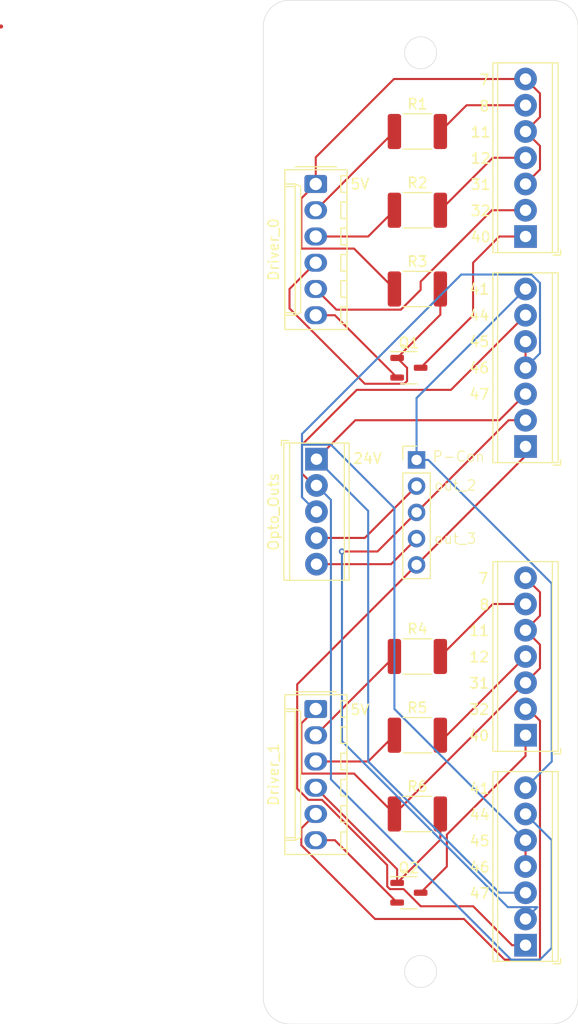
<source format=kicad_pcb>
(kicad_pcb (version 20221018) (generator pcbnew)
  (layers (0 "F.Cu" signal) (31 "B.Cu" signal) (34 "B.Paste" user) (35 "F.Paste" user) (36 "B.SilkS" user "B.Silkscreen") (37 "F.SilkS" user "F.Silkscreen") (38 "B.Mask" user) (39 "F.Mask" user) (44 "Edge.Cuts" user))
  (net 0 "")
  (net 1 "/5V")
  (net 2 "/Step(-)")
  (net 3 "/Dir(-)")
  (net 4 "/En(-)")
  (net 5 "/Err")
  (net 6 "/GND")
  (net 7 "/VFuseIO")
  (net 8 "/IO0_out_iso_pos")
  (net 9 "/IO1_out_iso_pos")
  (net 10 "/IO2_out_iso_pos")
  (net 11 "/IO3_out_iso_pos")
  (net 12 "/5V_2")
  (net 13 "/Step(-)_2")
  (net 14 "/Dir(-)_2")
  (net 15 "/En(-)_2")
  (net 16 "/Err_2")
  (net 17 "/GND_2")
  (net 18 "Net-(J5-Pin_1)")
  (net 19 "Net-(J5-Pin_2)")
  (net 20 "Net-(J5-Pin_7)")
  (net 21 "Net-(J8-Pin_1)")
  (net 22 "Net-(J8-Pin_4)")
  (net 23 "Net-(J8-Pin_6)")
  (net 24 "Net-(J9-Pin_1)")
  (net 25 "Net-(J9-Pin_4)")
  (net 26 "Net-(J9-Pin_6)")
  (footprint "Package_TO_SOT_SMD:SOT-23-3" (layer "F.Cu") (at 176.6625 66.04)
    (fp_text reference "Q1" (at 0 -2.4) (layer "F.SilkS"))
    (fp_text value "2N7002NXAKR")
    (fp_line (start 0 -1.56) (end -1.8 -1.56) (stroke (width 0.12)) (layer "F.SilkS"))
    (fp_line (start 0 -1.56) (end 0.8 -1.56) (stroke (width 0.12)) (layer "F.SilkS"))
    (fp_line (start 0 1.56) (end -0.8 1.56) (stroke (width 0.12)) (layer "F.SilkS"))
    (fp_line (start 0 1.56) (end 0.8 1.56) (stroke (width 0.12)) (layer "F.SilkS"))
    (pad "1" smd roundrect (at -1.1375 -0.95) (size 1.325 0.6) (layers "F.Cu" "F.Paste" "F.Mask") (net 4 "/En(-)"))
    (pad "2" smd roundrect (at -1.1375 0.95) (size 1.325 0.6) (layers "F.Cu" "F.Paste" "F.Mask") (net 6 "/GND"))
    (pad "3" smd roundrect (at 1.1375 0) (size 1.325 0.6) (layers "F.Cu" "F.Paste" "F.Mask") (net 21 "Net-(J8-Pin_1)"))
  )
  (footprint "TerminalBlock_Phoenix:TerminalBlock_Phoenix_MPT-0,5-7-2.54_1x07_P2.54mm_Horizontal" (layer "F.Cu") (at 187.96 101.6 90)
    (fp_text reference "J9")
    (fp_text value "Driver_1_Out")
    (fp_line (start -1.8 2.66) (end -1.8 3.4) (stroke (width 0.12)) (layer "F.SilkS"))
    (fp_line (start -1.8 3.4) (end -1.3 3.4) (stroke (width 0.12)) (layer "F.SilkS"))
    (fp_line (start -1.56 -3.16) (end -1.56 3.16) (stroke (width 0.12)) (layer "F.SilkS"))
    (fp_line (start -1.56 -3.16) (end 16.801 -3.16) (stroke (width 0.12)) (layer "F.SilkS"))
    (fp_line (start -1.56 -2.7) (end 16.801 -2.7) (stroke (width 0.12)) (layer "F.SilkS"))
    (fp_line (start -1.56 2.6) (end 16.801 2.6) (stroke (width 0.12)) (layer "F.SilkS"))
    (fp_line (start -1.56 3.16) (end 16.801 3.16) (stroke (width 0.12)) (layer "F.SilkS"))
    (fp_line (start 16.801 -3.16) (end 16.801 3.16) (stroke (width 0.12)) (layer "F.SilkS"))
    (pad "1" thru_hole rect (at 0 0 90) (size 2.2 2.2) (drill 1.1) (layers "*.Cu" "*.Mask") (net 24 "Net-(J9-Pin_1)"))
    (pad "2" thru_hole circle (at 2.54 0 90) (size 2.2 2.2) (drill 1.1) (layers "*.Cu" "*.Mask") (net 16 "/Err_2"))
    (pad "3" thru_hole circle (at 5.08 0 90) (size 2.2 2.2) (drill 1.1) (layers "*.Cu" "*.Mask") (net 12 "/5V_2"))
    (pad "4" thru_hole circle (at 7.62 0 90) (size 2.2 2.2) (drill 1.1) (layers "*.Cu" "*.Mask") (net 25 "Net-(J9-Pin_4)"))
    (pad "5" thru_hole circle (at 10.16 0 90) (size 2.2 2.2) (drill 1.1) (layers "*.Cu" "*.Mask") (net 12 "/5V_2"))
    (pad "6" thru_hole circle (at 12.7 0 90) (size 2.2 2.2) (drill 1.1) (layers "*.Cu" "*.Mask") (net 26 "Net-(J9-Pin_6)"))
    (pad "7" thru_hole circle (at 15.24 0 90) (size 2.2 2.2) (drill 1.1) (layers "*.Cu" "*.Mask") (net 12 "/5V_2"))
  )
  (footprint "TerminalBlock_Phoenix:TerminalBlock_Phoenix_MPT-0,5-7-2.54_1x07_P2.54mm_Horizontal" (layer "F.Cu") (at 187.96 121.92 90)
    (fp_text reference "J5")
    (fp_text value "Conn_01x07_Socket")
    (fp_line (start -1.8 2.66) (end -1.8 3.4) (stroke (width 0.12)) (layer "F.SilkS"))
    (fp_line (start -1.8 3.4) (end -1.3 3.4) (stroke (width 0.12)) (layer "F.SilkS"))
    (fp_line (start -1.56 -3.16) (end -1.56 3.16) (stroke (width 0.12)) (layer "F.SilkS"))
    (fp_line (start -1.56 -3.16) (end 16.801 -3.16) (stroke (width 0.12)) (layer "F.SilkS"))
    (fp_line (start -1.56 -2.7) (end 16.801 -2.7) (stroke (width 0.12)) (layer "F.SilkS"))
    (fp_line (start -1.56 2.6) (end 16.801 2.6) (stroke (width 0.12)) (layer "F.SilkS"))
    (fp_line (start -1.56 3.16) (end 16.801 3.16) (stroke (width 0.12)) (layer "F.SilkS"))
    (fp_line (start 16.801 -3.16) (end 16.801 3.16) (stroke (width 0.12)) (layer "F.SilkS"))
    (pad "1" thru_hole rect (at 0 0 90) (size 2.2 2.2) (drill 1.1) (layers "*.Cu" "*.Mask") (net 18 "Net-(J5-Pin_1)"))
    (pad "2" thru_hole circle (at 2.54 0 90) (size 2.2 2.2) (drill 1.1) (layers "*.Cu" "*.Mask") (net 19 "Net-(J5-Pin_2)"))
    (pad "3" thru_hole circle (at 5.08 0 90) (size 2.2 2.2) (drill 1.1) (layers "*.Cu" "*.Mask") (net 7 "/VFuseIO"))
    (pad "4" thru_hole circle (at 7.62 0 90) (size 2.2 2.2) (drill 1.1) (layers "*.Cu" "*.Mask") (net 9 "/IO1_out_iso_pos"))
    (pad "5" thru_hole circle (at 10.16 0 90) (size 2.2 2.2) (drill 1.1) (layers "*.Cu" "*.Mask") (net 9 "/IO1_out_iso_pos"))
    (pad "6" thru_hole circle (at 12.7 0 90) (size 2.2 2.2) (drill 1.1) (layers "*.Cu" "*.Mask") (net 8 "/IO0_out_iso_pos"))
    (pad "7" thru_hole circle (at 15.24 0 90) (size 2.2 2.2) (drill 1.1) (layers "*.Cu" "*.Mask") (net 20 "Net-(J5-Pin_7)"))
  )
  (footprint "Connector_PinHeader_2.54mm:PinHeader_1x05_P2.54mm_Vertical" (layer "F.Cu") (at 177.405056 74.957301)
    (fp_text reference "J6")
    (fp_text value "Out_Select")
    (fp_line (start -1.33 -1.33) (end 0 -1.33) (stroke (width 0.12)) (layer "F.SilkS"))
    (fp_line (start -1.33 0) (end -1.33 -1.33) (stroke (width 0.12)) (layer "F.SilkS"))
    (fp_line (start -1.33 1.27) (end -1.33 11.49) (stroke (width 0.12)) (layer "F.SilkS"))
    (fp_line (start -1.33 1.27) (end 1.33 1.27) (stroke (width 0.12)) (layer "F.SilkS"))
    (fp_line (start -1.33 11.49) (end 1.33 11.49) (stroke (width 0.12)) (layer "F.SilkS"))
    (fp_line (start 1.33 1.27) (end 1.33 11.49) (stroke (width 0.12)) (layer "F.SilkS"))
    (pad "1" thru_hole rect (at 0 0) (size 1.7 1.7) (drill 1) (layers "*.Cu" "*.Mask") (net 20 "Net-(J5-Pin_7)"))
    (pad "2" thru_hole oval (at 0 2.54) (size 1.7 1.7) (drill 1) (layers "*.Cu" "*.Mask") (net 10 "/IO2_out_iso_pos"))
    (pad "3" thru_hole oval (at 0 5.08) (size 1.7 1.7) (drill 1) (layers "*.Cu" "*.Mask") (net 19 "Net-(J5-Pin_2)"))
    (pad "4" thru_hole oval (at 0 7.62) (size 1.7 1.7) (drill 1) (layers "*.Cu" "*.Mask") (net 11 "/IO3_out_iso_pos"))
    (pad "5" thru_hole oval (at 0 10.16) (size 1.7 1.7) (drill 1) (layers "*.Cu" "*.Mask") (net 18 "Net-(J5-Pin_1)"))
  )
  (footprint "Resistor_SMD:R_1812_4532Metric_Pad1.30x3.40mm_HandSolder" (layer "F.Cu") (at 177.485 43.18)
    (fp_text reference "R1" (at 0 -2.65) (layer "F.SilkS"))
    (fp_text value "100R")
    (fp_line (start -1.386252 -1.71) (end 1.386252 -1.71) (stroke (width 0.12)) (layer "F.SilkS"))
    (fp_line (start -1.386252 1.71) (end 1.386252 1.71) (stroke (width 0.12)) (layer "F.SilkS"))
    (pad "1" smd roundrect (at -2.225 0) (size 1.3 3.4) (layers "F.Cu" "F.Paste" "F.Mask") (roundrect_rratio 0.1923076923) (net 2 "/Step(-)"))
    (pad "2" smd roundrect (at 2.225 0) (size 1.3 3.4) (layers "F.Cu" "F.Paste" "F.Mask") (roundrect_rratio 0.1923076923) (net 23 "Net-(J8-Pin_6)"))
  )
  (footprint "TerminalBlock_Phoenix:TerminalBlock_Phoenix_MPT-0,5-7-2.54_1x07_P2.54mm_Horizontal" (layer "F.Cu") (at 187.96 53.34 90)
    (fp_text reference "J8")
    (fp_text value "Driver_0_Out")
    (fp_line (start -1.8 2.66) (end -1.8 3.4) (stroke (width 0.12)) (layer "F.SilkS"))
    (fp_line (start -1.8 3.4) (end -1.3 3.4) (stroke (width 0.12)) (layer "F.SilkS"))
    (fp_line (start -1.56 -3.16) (end -1.56 3.16) (stroke (width 0.12)) (layer "F.SilkS"))
    (fp_line (start -1.56 -3.16) (end 16.801 -3.16) (stroke (width 0.12)) (layer "F.SilkS"))
    (fp_line (start -1.56 -2.7) (end 16.801 -2.7) (stroke (width 0.12)) (layer "F.SilkS"))
    (fp_line (start -1.56 2.6) (end 16.801 2.6) (stroke (width 0.12)) (layer "F.SilkS"))
    (fp_line (start -1.56 3.16) (end 16.801 3.16) (stroke (width 0.12)) (layer "F.SilkS"))
    (fp_line (start 16.801 -3.16) (end 16.801 3.16) (stroke (width 0.12)) (layer "F.SilkS"))
    (pad "1" thru_hole rect (at 0 0 90) (size 2.2 2.2) (drill 1.1) (layers "*.Cu" "*.Mask") (net 21 "Net-(J8-Pin_1)"))
    (pad "2" thru_hole circle (at 2.54 0 90) (size 2.2 2.2) (drill 1.1) (layers "*.Cu" "*.Mask") (net 5 "/Err"))
    (pad "3" thru_hole circle (at 5.08 0 90) (size 2.2 2.2) (drill 1.1) (layers "*.Cu" "*.Mask") (net 1 "/5V"))
    (pad "4" thru_hole circle (at 7.62 0 90) (size 2.2 2.2) (drill 1.1) (layers "*.Cu" "*.Mask") (net 22 "Net-(J8-Pin_4)"))
    (pad "5" thru_hole circle (at 10.16 0 90) (size 2.2 2.2) (drill 1.1) (layers "*.Cu" "*.Mask") (net 1 "/5V"))
    (pad "6" thru_hole circle (at 12.7 0 90) (size 2.2 2.2) (drill 1.1) (layers "*.Cu" "*.Mask") (net 23 "Net-(J8-Pin_6)"))
    (pad "7" thru_hole circle (at 15.24 0 90) (size 2.2 2.2) (drill 1.1) (layers "*.Cu" "*.Mask") (net 1 "/5V"))
  )
  (footprint "Connector_Molex:Molex_KK-254_AE-6410-06A_1x06_P2.54mm_Vertical" (layer "F.Cu") (at 167.64 48.26 -90)
    (fp_text reference "J1")
    (fp_text value "Driver_0" (at 6.35 4.08 90) (layer "F.SilkS"))
    (fp_line (start -1.67 -2) (end -1.67 2) (stroke (width 0.12)) (layer "F.SilkS"))
    (fp_line (start -1.38 -3.03) (end -1.38 2.99) (stroke (width 0.12)) (layer "F.SilkS"))
    (fp_line (start -1.38 2.99) (end 14.08 2.99) (stroke (width 0.12)) (layer "F.SilkS"))
    (fp_line (start -0.8 -3.03) (end -0.8 -2.43) (stroke (width 0.12)) (layer "F.SilkS"))
    (fp_line (start -0.8 -2.43) (end 0.8 -2.43) (stroke (width 0.12)) (layer "F.SilkS"))
    (fp_line (start 0 1.99) (end 0.25 1.46) (stroke (width 0.12)) (layer "F.SilkS"))
    (fp_line (start 0 1.99) (end 12.7 1.99) (stroke (width 0.12)) (layer "F.SilkS"))
    (fp_line (start 0 2.99) (end 0 1.99) (stroke (width 0.12)) (layer "F.SilkS"))
    (fp_line (start 0.25 1.46) (end 12.45 1.46) (stroke (width 0.12)) (layer "F.SilkS"))
    (fp_line (start 0.25 2.99) (end 0.25 1.99) (stroke (width 0.12)) (layer "F.SilkS"))
    (fp_line (start 0.8 -2.43) (end 0.8 -3.03) (stroke (width 0.12)) (layer "F.SilkS"))
    (fp_line (start 1.74 -3.03) (end 1.74 -2.43) (stroke (width 0.12)) (layer "F.SilkS"))
    (fp_line (start 1.74 -2.43) (end 3.34 -2.43) (stroke (width 0.12)) (layer "F.SilkS"))
    (fp_line (start 3.34 -2.43) (end 3.34 -3.03) (stroke (width 0.12)) (layer "F.SilkS"))
    (fp_line (start 4.28 -3.03) (end 4.28 -2.43) (stroke (width 0.12)) (layer "F.SilkS"))
    (fp_line (start 4.28 -2.43) (end 5.88 -2.43) (stroke (width 0.12)) (layer "F.SilkS"))
    (fp_line (start 5.88 -2.43) (end 5.88 -3.03) (stroke (width 0.12)) (layer "F.SilkS"))
    (fp_line (start 6.82 -3.03) (end 6.82 -2.43) (stroke (width 0.12)) (layer "F.SilkS"))
    (fp_line (start 6.82 -2.43) (end 8.42 -2.43) (stroke (width 0.12)) (layer "F.SilkS"))
    (fp_line (start 8.42 -2.43) (end 8.42 -3.03) (stroke (width 0.12)) (layer "F.SilkS"))
    (fp_line (start 9.36 -3.03) (end 9.36 -2.43) (stroke (width 0.12)) (layer "F.SilkS"))
    (fp_line (start 9.36 -2.43) (end 10.96 -2.43) (stroke (width 0.12)) (layer "F.SilkS"))
    (fp_line (start 10.96 -2.43) (end 10.96 -3.03) (stroke (width 0.12)) (layer "F.SilkS"))
    (fp_line (start 11.9 -3.03) (end 11.9 -2.43) (stroke (width 0.12)) (layer "F.SilkS"))
    (fp_line (start 11.9 -2.43) (end 13.5 -2.43) (stroke (width 0.12)) (layer "F.SilkS"))
    (fp_line (start 12.45 1.46) (end 12.7 1.99) (stroke (width 0.12)) (layer "F.SilkS"))
    (fp_line (start 12.45 2.99) (end 12.45 1.99) (stroke (width 0.12)) (layer "F.SilkS"))
    (fp_line (start 12.7 1.99) (end 12.7 2.99) (stroke (width 0.12)) (layer "F.SilkS"))
    (fp_line (start 13.5 -2.43) (end 13.5 -3.03) (stroke (width 0.12)) (layer "F.SilkS"))
    (fp_line (start 14.08 -3.03) (end -1.38 -3.03) (stroke (width 0.12)) (layer "F.SilkS"))
    (fp_line (start 14.08 2.99) (end 14.08 -3.03) (stroke (width 0.12)) (layer "F.SilkS"))
    (pad "1" thru_hole roundrect (at 0 0 270) (size 1.74 2.19) (drill 1.19) (layers "*.Cu" "*.Mask") (roundrect_rratio 0.1436781609) (net 1 "/5V"))
    (pad "2" thru_hole oval (at 2.54 0 270) (size 1.74 2.19) (drill 1.19) (layers "*.Cu" "*.Mask") (net 2 "/Step(-)"))
    (pad "3" thru_hole oval (at 5.08 0 270) (size 1.74 2.19) (drill 1.19) (layers "*.Cu" "*.Mask") (net 3 "/Dir(-)"))
    (pad "4" thru_hole oval (at 7.62 0 270) (size 1.74 2.19) (drill 1.19) (layers "*.Cu" "*.Mask") (net 4 "/En(-)"))
    (pad "5" thru_hole oval (at 10.16 0 270) (size 1.74 2.19) (drill 1.19) (layers "*.Cu" "*.Mask") (net 5 "/Err"))
    (pad "6" thru_hole oval (at 12.7 0 270) (size 1.74 2.19) (drill 1.19) (layers "*.Cu" "*.Mask") (net 6 "/GND"))
  )
  (footprint "Resistor_SMD:R_1812_4532Metric_Pad1.30x3.40mm_HandSolder" (layer "F.Cu") (at 177.485 93.98)
    (fp_text reference "R4" (at 0 -2.65) (layer "F.SilkS"))
    (fp_text value "100R")
    (fp_line (start -1.386252 -1.71) (end 1.386252 -1.71) (stroke (width 0.12)) (layer "F.SilkS"))
    (fp_line (start -1.386252 1.71) (end 1.386252 1.71) (stroke (width 0.12)) (layer "F.SilkS"))
    (pad "1" smd roundrect (at -2.225 0) (size 1.3 3.4) (layers "F.Cu" "F.Paste" "F.Mask") (roundrect_rratio 0.1923076923) (net 13 "/Step(-)_2"))
    (pad "2" smd roundrect (at 2.225 0) (size 1.3 3.4) (layers "F.Cu" "F.Paste" "F.Mask") (roundrect_rratio 0.1923076923) (net 26 "Net-(J9-Pin_6)"))
  )
  (footprint "Connector_Molex:Molex_KK-254_AE-6410-06A_1x06_P2.54mm_Vertical" (layer "F.Cu") (at 167.64 99.06 -90)
    (fp_text reference "J3")
    (fp_text value "Driver_1" (at 6.35 4.08 90) (layer "F.SilkS"))
    (fp_line (start -1.67 -2) (end -1.67 2) (stroke (width 0.12)) (layer "F.SilkS"))
    (fp_line (start -1.38 -3.03) (end -1.38 2.99) (stroke (width 0.12)) (layer "F.SilkS"))
    (fp_line (start -1.38 2.99) (end 14.08 2.99) (stroke (width 0.12)) (layer "F.SilkS"))
    (fp_line (start -0.8 -3.03) (end -0.8 -2.43) (stroke (width 0.12)) (layer "F.SilkS"))
    (fp_line (start -0.8 -2.43) (end 0.8 -2.43) (stroke (width 0.12)) (layer "F.SilkS"))
    (fp_line (start 0 1.99) (end 0.25 1.46) (stroke (width 0.12)) (layer "F.SilkS"))
    (fp_line (start 0 1.99) (end 12.7 1.99) (stroke (width 0.12)) (layer "F.SilkS"))
    (fp_line (start 0 2.99) (end 0 1.99) (stroke (width 0.12)) (layer "F.SilkS"))
    (fp_line (start 0.25 1.46) (end 12.45 1.46) (stroke (width 0.12)) (layer "F.SilkS"))
    (fp_line (start 0.25 2.99) (end 0.25 1.99) (stroke (width 0.12)) (layer "F.SilkS"))
    (fp_line (start 0.8 -2.43) (end 0.8 -3.03) (stroke (width 0.12)) (layer "F.SilkS"))
    (fp_line (start 1.74 -3.03) (end 1.74 -2.43) (stroke (width 0.12)) (layer "F.SilkS"))
    (fp_line (start 1.74 -2.43) (end 3.34 -2.43) (stroke (width 0.12)) (layer "F.SilkS"))
    (fp_line (start 3.34 -2.43) (end 3.34 -3.03) (stroke (width 0.12)) (layer "F.SilkS"))
    (fp_line (start 4.28 -3.03) (end 4.28 -2.43) (stroke (width 0.12)) (layer "F.SilkS"))
    (fp_line (start 4.28 -2.43) (end 5.88 -2.43) (stroke (width 0.12)) (layer "F.SilkS"))
    (fp_line (start 5.88 -2.43) (end 5.88 -3.03) (stroke (width 0.12)) (layer "F.SilkS"))
    (fp_line (start 6.82 -3.03) (end 6.82 -2.43) (stroke (width 0.12)) (layer "F.SilkS"))
    (fp_line (start 6.82 -2.43) (end 8.42 -2.43) (stroke (width 0.12)) (layer "F.SilkS"))
    (fp_line (start 8.42 -2.43) (end 8.42 -3.03) (stroke (width 0.12)) (layer "F.SilkS"))
    (fp_line (start 9.36 -3.03) (end 9.36 -2.43) (stroke (width 0.12)) (layer "F.SilkS"))
    (fp_line (start 9.36 -2.43) (end 10.96 -2.43) (stroke (width 0.12)) (layer "F.SilkS"))
    (fp_line (start 10.96 -2.43) (end 10.96 -3.03) (stroke (width 0.12)) (layer "F.SilkS"))
    (fp_line (start 11.9 -3.03) (end 11.9 -2.43) (stroke (width 0.12)) (layer "F.SilkS"))
    (fp_line (start 11.9 -2.43) (end 13.5 -2.43) (stroke (width 0.12)) (layer "F.SilkS"))
    (fp_line (start 12.45 1.46) (end 12.7 1.99) (stroke (width 0.12)) (layer "F.SilkS"))
    (fp_line (start 12.45 2.99) (end 12.45 1.99) (stroke (width 0.12)) (layer "F.SilkS"))
    (fp_line (start 12.7 1.99) (end 12.7 2.99) (stroke (width 0.12)) (layer "F.SilkS"))
    (fp_line (start 13.5 -2.43) (end 13.5 -3.03) (stroke (width 0.12)) (layer "F.SilkS"))
    (fp_line (start 14.08 -3.03) (end -1.38 -3.03) (stroke (width 0.12)) (layer "F.SilkS"))
    (fp_line (start 14.08 2.99) (end 14.08 -3.03) (stroke (width 0.12)) (layer "F.SilkS"))
    (pad "1" thru_hole roundrect (at 0 0 270) (size 1.74 2.19) (drill 1.19) (layers "*.Cu" "*.Mask") (roundrect_rratio 0.1436781609) (net 12 "/5V_2"))
    (pad "2" thru_hole oval (at 2.54 0 270) (size 1.74 2.19) (drill 1.19) (layers "*.Cu" "*.Mask") (net 13 "/Step(-)_2"))
    (pad "3" thru_hole oval (at 5.08 0 270) (size 1.74 2.19) (drill 1.19) (layers "*.Cu" "*.Mask") (net 14 "/Dir(-)_2"))
    (pad "4" thru_hole oval (at 7.62 0 270) (size 1.74 2.19) (drill 1.19) (layers "*.Cu" "*.Mask") (net 15 "/En(-)_2"))
    (pad "5" thru_hole oval (at 10.16 0 270) (size 1.74 2.19) (drill 1.19) (layers "*.Cu" "*.Mask") (net 16 "/Err_2"))
    (pad "6" thru_hole oval (at 12.7 0 270) (size 1.74 2.19) (drill 1.19) (layers "*.Cu" "*.Mask") (net 17 "/GND_2"))
  )
  (footprint "TerminalBlock_Phoenix:TerminalBlock_Phoenix_MPT-0,5-5-2.54_1x05_P2.54mm_Horizontal" (layer "F.Cu") (at 167.710252 74.887049 -90)
    (fp_text reference "J2")
    (fp_text value "Opto_Outs" (at 5.08 4.16 -90) (layer "F.SilkS"))
    (fp_line (start -1.8 2.66) (end -1.8 3.4) (stroke (width 0.12)) (layer "F.SilkS"))
    (fp_line (start -1.8 3.4) (end -1.3 3.4) (stroke (width 0.12)) (layer "F.SilkS"))
    (fp_line (start -1.56 -3.16) (end -1.56 3.16) (stroke (width 0.12)) (layer "F.SilkS"))
    (fp_line (start -1.56 -3.16) (end 11.72 -3.16) (stroke (width 0.12)) (layer "F.SilkS"))
    (fp_line (start -1.56 -2.7) (end 11.72 -2.7) (stroke (width 0.12)) (layer "F.SilkS"))
    (fp_line (start -1.56 2.6) (end 11.72 2.6) (stroke (width 0.12)) (layer "F.SilkS"))
    (fp_line (start -1.56 3.16) (end 11.72 3.16) (stroke (width 0.12)) (layer "F.SilkS"))
    (fp_line (start 11.72 -3.16) (end 11.72 3.16) (stroke (width 0.12)) (layer "F.SilkS"))
    (pad "1" thru_hole rect (at 0 0 270) (size 2.2 2.2) (drill 1.1) (layers "*.Cu" "*.Mask") (net 7 "/VFuseIO"))
    (pad "2" thru_hole circle (at 2.54 0 270) (size 2.2 2.2) (drill 1.1) (layers "*.Cu" "*.Mask") (net 8 "/IO0_out_iso_pos"))
    (pad "3" thru_hole circle (at 5.08 0 270) (size 2.2 2.2) (drill 1.1) (layers "*.Cu" "*.Mask") (net 9 "/IO1_out_iso_pos"))
    (pad "4" thru_hole circle (at 7.62 0 270) (size 2.2 2.2) (drill 1.1) (layers "*.Cu" "*.Mask") (net 10 "/IO2_out_iso_pos"))
    (pad "5" thru_hole circle (at 10.16 0 270) (size 2.2 2.2) (drill 1.1) (layers "*.Cu" "*.Mask") (net 11 "/IO3_out_iso_pos"))
  )
  (footprint "Package_TO_SOT_SMD:SOT-23-3" (layer "F.Cu") (at 176.6625 116.84)
    (fp_text reference "Q2" (at 0 -2.4) (layer "F.SilkS"))
    (fp_text value "2N7002NXAKR")
    (fp_line (start 0 -1.56) (end -1.8 -1.56) (stroke (width 0.12)) (layer "F.SilkS"))
    (fp_line (start 0 -1.56) (end 0.8 -1.56) (stroke (width 0.12)) (layer "F.SilkS"))
    (fp_line (start 0 1.56) (end -0.8 1.56) (stroke (width 0.12)) (layer "F.SilkS"))
    (fp_line (start 0 1.56) (end 0.8 1.56) (stroke (width 0.12)) (layer "F.SilkS"))
    (pad "1" smd roundrect (at -1.1375 -0.95) (size 1.325 0.6) (layers "F.Cu" "F.Paste" "F.Mask") (net 15 "/En(-)_2"))
    (pad "2" smd roundrect (at -1.1375 0.95) (size 1.325 0.6) (layers "F.Cu" "F.Paste" "F.Mask") (net 17 "/GND_2"))
    (pad "3" smd roundrect (at 1.1375 0) (size 1.325 0.6) (layers "F.Cu" "F.Paste" "F.Mask") (net 24 "Net-(J9-Pin_1)"))
  )
  (footprint "Resistor_SMD:R_1812_4532Metric_Pad1.30x3.40mm_HandSolder" (layer "F.Cu") (at 177.485 101.6)
    (fp_text reference "R5" (at 0 -2.65) (layer "F.SilkS"))
    (fp_text value "100R")
    (fp_line (start -1.386252 -1.71) (end 1.386252 -1.71) (stroke (width 0.12)) (layer "F.SilkS"))
    (fp_line (start -1.386252 1.71) (end 1.386252 1.71) (stroke (width 0.12)) (layer "F.SilkS"))
    (pad "1" smd roundrect (at -2.225 0) (size 1.3 3.4) (layers "F.Cu" "F.Paste" "F.Mask") (roundrect_rratio 0.1923076923) (net 14 "/Dir(-)_2"))
    (pad "2" smd roundrect (at 2.225 0) (size 1.3 3.4) (layers "F.Cu" "F.Paste" "F.Mask") (roundrect_rratio 0.1923076923) (net 25 "Net-(J9-Pin_4)"))
  )
  (footprint "Resistor_SMD:R_1812_4532Metric_Pad1.30x3.40mm_HandSolder" (layer "F.Cu") (at 177.485 50.8)
    (fp_text reference "R2" (at 0 -2.65) (layer "F.SilkS"))
    (fp_text value "100R")
    (fp_line (start -1.386252 -1.71) (end 1.386252 -1.71) (stroke (width 0.12)) (layer "F.SilkS"))
    (fp_line (start -1.386252 1.71) (end 1.386252 1.71) (stroke (width 0.12)) (layer "F.SilkS"))
    (pad "1" smd roundrect (at -2.225 0) (size 1.3 3.4) (layers "F.Cu" "F.Paste" "F.Mask") (roundrect_rratio 0.1923076923) (net 3 "/Dir(-)"))
    (pad "2" smd roundrect (at 2.225 0) (size 1.3 3.4) (layers "F.Cu" "F.Paste" "F.Mask") (roundrect_rratio 0.1923076923) (net 22 "Net-(J8-Pin_4)"))
  )
  (footprint "Resistor_SMD:R_1812_4532Metric_Pad1.30x3.40mm_HandSolder" (layer "F.Cu") (at 177.485 58.42)
    (fp_text reference "R3" (at 0 -2.65) (layer "F.SilkS"))
    (fp_text value "10kR")
    (fp_line (start -1.386252 -1.71) (end 1.386252 -1.71) (stroke (width 0.12)) (layer "F.SilkS"))
    (fp_line (start -1.386252 1.71) (end 1.386252 1.71) (stroke (width 0.12)) (layer "F.SilkS"))
    (pad "1" smd roundrect (at -2.225 0) (size 1.3 3.4) (layers "F.Cu" "F.Paste" "F.Mask") (roundrect_rratio 0.1923076923) (net 1 "/5V"))
    (pad "2" smd roundrect (at 2.225 0) (size 1.3 3.4) (layers "F.Cu" "F.Paste" "F.Mask") (roundrect_rratio 0.1923076923) (net 4 "/En(-)"))
  )
  (footprint "Resistor_SMD:R_1812_4532Metric_Pad1.30x3.40mm_HandSolder" (layer "F.Cu") (at 177.485 109.22)
    (fp_text reference "R6" (at 0 -2.65) (layer "F.SilkS"))
    (fp_text value "10kR")
    (fp_line (start -1.386252 -1.71) (end 1.386252 -1.71) (stroke (width 0.12)) (layer "F.SilkS"))
    (fp_line (start -1.386252 1.71) (end 1.386252 1.71) (stroke (width 0.12)) (layer "F.SilkS"))
    (pad "1" smd roundrect (at -2.225 0) (size 1.3 3.4) (layers "F.Cu" "F.Paste" "F.Mask") (roundrect_rratio 0.1923076923) (net 12 "/5V_2"))
    (pad "2" smd roundrect (at 2.225 0) (size 1.3 3.4) (layers "F.Cu" "F.Paste" "F.Mask") (roundrect_rratio 0.1923076923) (net 15 "/En(-)_2"))
  )
  (footprint "TerminalBlock_Phoenix:TerminalBlock_Phoenix_MPT-0,5-7-2.54_1x07_P2.54mm_Horizontal" (layer "F.Cu") (at 187.96 73.66 90)
    (fp_text reference "J7")
    (fp_text value "Conn_01x07_Socket")
    (fp_line (start -1.8 2.66) (end -1.8 3.4) (stroke (width 0.12)) (layer "F.SilkS"))
    (fp_line (start -1.8 3.4) (end -1.3 3.4) (stroke (width 0.12)) (layer "F.SilkS"))
    (fp_line (start -1.56 -3.16) (end -1.56 3.16) (stroke (width 0.12)) (layer "F.SilkS"))
    (fp_line (start -1.56 -3.16) (end 16.801 -3.16) (stroke (width 0.12)) (layer "F.SilkS"))
    (fp_line (start -1.56 -2.7) (end 16.801 -2.7) (stroke (width 0.12)) (layer "F.SilkS"))
    (fp_line (start -1.56 2.6) (end 16.801 2.6) (stroke (width 0.12)) (layer "F.SilkS"))
    (fp_line (start -1.56 3.16) (end 16.801 3.16) (stroke (width 0.12)) (layer "F.SilkS"))
    (fp_line (start 16.801 -3.16) (end 16.801 3.16) (stroke (width 0.12)) (layer "F.SilkS"))
    (pad "1" thru_hole rect (at 0 0 90) (size 2.2 2.2) (drill 1.1) (layers "*.Cu" "*.Mask") (net 18 "Net-(J5-Pin_1)"))
    (pad "2" thru_hole circle (at 2.54 0 90) (size 2.2 2.2) (drill 1.1) (layers "*.Cu" "*.Mask") (net 19 "Net-(J5-Pin_2)"))
    (pad "3" thru_hole circle (at 5.08 0 90) (size 2.2 2.2) (drill 1.1) (layers "*.Cu" "*.Mask") (net 7 "/VFuseIO"))
    (pad "4" thru_hole circle (at 7.62 0 90) (size 2.2 2.2) (drill 1.1) (layers "*.Cu" "*.Mask") (net 9 "/IO1_out_iso_pos"))
    (pad "5" thru_hole circle (at 10.16 0 90) (size 2.2 2.2) (drill 1.1) (layers "*.Cu" "*.Mask") (net 9 "/IO1_out_iso_pos"))
    (pad "6" thru_hole circle (at 12.7 0 90) (size 2.2 2.2) (drill 1.1) (layers "*.Cu" "*.Mask") (net 8 "/IO0_out_iso_pos"))
    (pad "7" thru_hole circle (at 15.24 0 90) (size 2.2 2.2) (drill 1.1) (layers "*.Cu" "*.Mask") (net 20 "Net-(J5-Pin_7)"))
  )
  (gr_circle (center 137.16 33.02) (end 137.16 33.02) (stroke (width 0.2)) (fill none) (layer "F.Cu"))
  (gr_line (start 193.04 33.02) (end 193.04 127) (stroke (width 0.05)) (layer "Edge.Cuts"))
  (gr_line (start 165.1 129.54) (end 190.5 129.54) (stroke (width 0.05)) (layer "Edge.Cuts"))
  (gr_circle (center 177.8 35.56) (end 179.35 35.56) (stroke (width 0.05)) (fill none) (layer "Edge.Cuts"))
  (gr_arc (start 193.04 127) (mid 192.296051 128.796051) (end 190.5 129.54) (stroke (width 0.05)) (layer "Edge.Cuts"))
  (gr_line (start 190.5 30.48) (end 165.1 30.48) (stroke (width 0.05)) (layer "Edge.Cuts"))
  (gr_line (start 162.56 33.02) (end 162.56 127) (stroke (width 0.05)) (layer "Edge.Cuts"))
  (gr_arc (start 165.1 129.54) (mid 163.303949 128.796051) (end 162.56 127) (stroke (width 0.05)) (layer "Edge.Cuts"))
  (gr_arc (start 190.5 30.48) (mid 192.296051 31.223949) (end 193.04 33.02) (stroke (width 0.05)) (layer "Edge.Cuts"))
  (gr_arc (start 162.56 33.02) (mid 163.303949 31.223949) (end 165.1 30.48) (stroke (width 0.05)) (layer "Edge.Cuts"))
  (gr_circle (center 177.8 124.46) (end 179.35 124.46) (stroke (width 0.05)) (fill none) (layer "Edge.Cuts"))
  (gr_text "44\n" (at 182.436581 61.567868) (layer "F.SilkS") (effects (font (size 1 1)) (justify left bottom)))
  (gr_text "8" (at 183.40027 41.315042) (layer "F.SilkS") (effects (font (size 1 1)) (justify left bottom)))
  (gr_text "41" (at 182.46594 107.339774) (layer "F.SilkS") (effects (font (size 1 1)) (justify left bottom)))
  (gr_text "12" (at 182.42146 94.617216) (layer "F.SilkS") (effects (font (size 1 1)) (justify left bottom)))
  (gr_text "24V" (at 171.174334 75.401379) (layer "F.SilkS") (effects (font (size 1 1)) (justify left bottom)))
  (gr_text "45" (at 182.436581 64.107868) (layer "F.SilkS") (effects (font (size 1 1)) (justify left bottom)))
  (gr_text "5V" (at 170.906952 99.718533) (layer "F.SilkS") (effects (font (size 1 1)) (justify left bottom)))
  (gr_text "44\n" (at 182.46594 109.879774) (layer "F.SilkS") (effects (font (size 1 1)) (justify left bottom)))
  (gr_text "out_3\n" (at 179.047037 83.159152) (layer "F.SilkS") (effects (font (size 1 1) (thickness 0.1)) (justify left bottom)))
  (gr_text "47" (at 182.436581 69.187868) (layer "F.SilkS") (effects (font (size 1 1)) (justify left bottom)))
  (gr_text "40" (at 182.42146 102.237216) (layer "F.SilkS") (effects (font (size 1 1)) (justify left bottom)))
  (gr_text "41" (at 182.436581 59.027868) (layer "F.SilkS") (effects (font (size 1 1)) (justify left bottom)))
  (gr_text "11" (at 182.42146 92.077216) (layer "F.SilkS") (effects (font (size 1 1)) (justify left bottom)))
  (gr_text "47" (at 182.46594 117.499774) (layer "F.SilkS") (effects (font (size 1 1)) (justify left bottom)))
  (gr_text "46" (at 182.436581 66.647868) (layer "F.SilkS") (effects (font (size 1 1)) (justify left bottom)))
  (gr_text "46" (at 182.46594 114.959774) (layer "F.SilkS") (effects (font (size 1 1)) (justify left bottom)))
  (gr_text "7\n" (at 184.452628 87.002948) (layer "F.SilkS") (effects (font (size 1 1)) (justify right bottom)))
  (gr_text "out_2\n" (at 179.047037 78.010648) (layer "F.SilkS") (effects (font (size 1 1) (thickness 0.1)) (justify left bottom)))
  (gr_text "31" (at 182.42146 97.157216) (layer "F.SilkS") (effects (font (size 1 1)) (justify left bottom)))
  (gr_text "45" (at 182.46594 112.419774) (layer "F.SilkS") (effects (font (size 1 1)) (justify left bottom)))
  (gr_text "8" (at 183.404892 89.559425) (layer "F.SilkS") (effects (font (size 1 1)) (justify left bottom)))
  (gr_text "P-Con" (at 178.889389 75.210066) (layer "F.SilkS") (effects (font (size 1 1) (thickness 0.1)) (justify left bottom)))
  (gr_text "5V" (at 170.907842 48.857419) (layer "F.SilkS") (effects (font (size 1 1)) (justify left bottom)))
  (gr_text "40" (at 182.562904 53.98515) (layer "F.SilkS") (effects (font (size 1 1)) (justify left bottom)))
  (gr_text "31" (at 182.562904 48.90515) (layer "F.SilkS") (effects (font (size 1 1)) (justify left bottom)))
  (gr_text "32" (at 182.562904 51.44515) (layer "F.SilkS") (effects (font (size 1 1)) (justify left bottom)))
  (gr_text "7\n" (at 183.40027 38.775042) (layer "F.SilkS") (effects (font (size 1 1)) (justify left bottom)))
  (gr_text "32" (at 182.42146 99.697216) (layer "F.SilkS") (effects (font (size 1 1)) (justify left bottom)))
  (gr_text "11" (at 182.562904 43.82515) (layer "F.SilkS") (effects (font (size 1 1)) (justify left bottom)))
  (gr_text "12" (at 182.562904 46.36515) (layer "F.SilkS") (effects (font (size 1 1)) (justify left bottom)))
  (segment (start 189.36 46.86) (end 187.96 48.26) (width 0.2) (layer "F.Cu") (net 1))
  (segment (start 189.36 39.5) (end 189.36 41.78) (width 0.2) (layer "F.Cu") (net 1))
  (segment (start 166.27 54.51) (end 166.245 54.485) (width 0.2) (layer "F.Cu") (net 1))
  (segment (start 167.64 45.676091) (end 175.216091 38.1) (width 0.2) (layer "F.Cu") (net 1))
  (segment (start 187.96 38.1) (end 189.36 39.5) (width 0.2) (layer "F.Cu") (net 1))
  (segment (start 171.35 54.51) (end 166.27 54.51) (width 0.2) (layer "F.Cu") (net 1))
  (segment (start 175.26 58.42) (end 171.35 54.51) (width 0.2) (layer "F.Cu") (net 1))
  (segment (start 189.36 44.58) (end 189.36 46.86) (width 0.2) (layer "F.Cu") (net 1))
  (segment (start 175.216091 38.1) (end 187.96 38.1) (width 0.2) (layer "F.Cu") (net 1))
  (segment (start 166.245 49.655) (end 167.64 48.26) (width 0.2) (layer "F.Cu") (net 1))
  (segment (start 167.64 48.26) (end 167.64 45.676091) (width 0.2) (layer "F.Cu") (net 1))
  (segment (start 189.36 41.78) (end 187.96 43.18) (width 0.2) (layer "F.Cu") (net 1))
  (segment (start 166.245 54.485) (end 166.245 49.655) (width 0.2) (layer "F.Cu") (net 1))
  (segment (start 187.96 43.18) (end 189.36 44.58) (width 0.2) (layer "F.Cu") (net 1))
  (segment (start 167.64 50.8) (end 175.26 43.18) (width 0.2) (layer "F.Cu") (net 2))
  (segment (start 172.72 53.34) (end 175.26 50.8) (width 0.2) (layer "F.Cu") (net 3))
  (segment (start 167.64 53.34) (end 172.72 53.34) (width 0.2) (layer "F.Cu") (net 3))
  (segment (start 175.525 65.09) (end 176.4875 66.0525) (width 0.2) (layer "F.Cu") (net 4))
  (segment (start 165.1 58.42) (end 167.64 55.88) (width 0.2) (layer "F.Cu") (net 4))
  (segment (start 176.4875 67.326396) (end 176.223896 67.59) (width 0.2) (layer "F.Cu") (net 4))
  (segment (start 176.4875 66.0525) (end 176.4875 67.326396) (width 0.2) (layer "F.Cu") (net 4))
  (segment (start 165.1 60.29963) (end 165.1 58.42) (width 0.2) (layer "F.Cu") (net 4))
  (segment (start 179.71 58.42) (end 179.71 60.905) (width 0.2) (layer "F.Cu") (net 4))
  (segment (start 179.71 60.905) (end 175.525 65.09) (width 0.2) (layer "F.Cu") (net 4))
  (segment (start 172.39037 67.59) (end 165.1 60.29963) (width 0.2) (layer "F.Cu") (net 4))
  (segment (start 176.223896 67.59) (end 172.39037 67.59) (width 0.2) (layer "F.Cu") (net 4))
  (segment (start 167.64 58.42) (end 169.64 60.42) (width 0.2) (layer "F.Cu") (net 5))
  (segment (start 184.702183 50.8) (end 187.96 50.8) (width 0.2) (layer "F.Cu") (net 5))
  (segment (start 177.8 58.507817) (end 177.8 57.702183) (width 0.2) (layer "F.Cu") (net 5))
  (segment (start 169.64 60.42) (end 175.887817 60.42) (width 0.2) (layer "F.Cu") (net 5))
  (segment (start 175.887817 60.42) (end 177.8 58.507817) (width 0.2) (layer "F.Cu") (net 5))
  (segment (start 177.8 57.702183) (end 184.702183 50.8) (width 0.2) (layer "F.Cu") (net 5))
  (segment (start 169.495 60.96) (end 167.64 60.96) (width 0.2) (layer "F.Cu") (net 6))
  (segment (start 175.525 66.99) (end 169.495 60.96) (width 0.2) (layer "F.Cu") (net 6))
  (segment (start 171.477301 71.12) (end 185.42 71.12) (width 0.2) (layer "F.Cu") (net 7))
  (segment (start 185.42 71.12) (end 187.96 68.58) (width 0.2) (layer "F.Cu") (net 7))
  (segment (start 167.710252 74.887049) (end 171.477301 71.12) (width 0.2) (layer "F.Cu") (net 7))
  (segment (start 172.72 104.14) (end 185.42 116.84) (width 0.2) (layer "B.Cu") (net 7))
  (segment (start 185.42 116.84) (end 187.96 116.84) (width 0.2) (layer "B.Cu") (net 7))
  (segment (start 172.72 79.896797) (end 172.72 104.14) (width 0.2) (layer "B.Cu") (net 7))
  (segment (start 167.710252 74.887049) (end 172.72 79.896797) (width 0.2) (layer "B.Cu") (net 7))
  (segment (start 180.74 68.18) (end 187.96 60.96) (width 0.2) (layer "F.Cu") (net 8))
  (segment (start 171.617301 68.18) (end 180.74 68.18) (width 0.2) (layer "F.Cu") (net 8))
  (segment (start 166.310252 76.287049) (end 166.310252 73.487049) (width 0.2) (layer "F.Cu") (net 8))
  (segment (start 167.450252 77.427049) (end 166.310252 76.287049) (width 0.2) (layer "F.Cu") (net 8))
  (segment (start 166.310252 73.487049) (end 171.617301 68.18) (width 0.2) (layer "F.Cu") (net 8))
  (segment (start 167.710252 77.427049) (end 167.450252 77.427049) (width 0.2) (layer "F.Cu") (net 8))
  (segment (start 169.110252 105.870252) (end 186.56 123.32) (width 0.2) (layer "B.Cu") (net 8))
  (segment (start 167.710252 77.427049) (end 169.110252 78.827049) (width 0.2) (layer "B.Cu") (net 8))
  (segment (start 186.56 123.32) (end 189.36 123.32) (width 0.2) (layer "B.Cu") (net 8))
  (segment (start 190.5 111.76) (end 187.96 109.22) (width 0.2) (layer "B.Cu") (net 8))
  (segment (start 169.110252 78.827049) (end 169.110252 105.870252) (width 0.2) (layer "B.Cu") (net 8))
  (segment (start 190.5 122.18) (end 190.5 111.76) (width 0.2) (layer "B.Cu") (net 8))
  (segment (start 189.36 123.32) (end 190.5 122.18) (width 0.2) (layer "B.Cu") (net 8))
  (segment (start 187.96 63.5) (end 187.96 66.04) (width 0.2) (layer "F.Cu") (net 9))
  (segment (start 187.96 111.76) (end 187.96 114.3) (width 0.2) (layer "F.Cu") (net 9))
  (segment (start 175.26 79.636797) (end 175.26 99.06) (width 0.2) (layer "B.Cu") (net 9))
  (segment (start 188.539899 57.02) (end 181.74 57.02) (width 0.2) (layer "B.Cu") (net 9))
  (segment (start 166.310252 73.487049) (end 169.110252 73.487049) (width 0.2) (layer "B.Cu") (net 9))
  (segment (start 166.310252 78.567049) (end 167.710252 79.967049) (width 0.2) (layer "B.Cu") (net 9))
  (segment (start 189.36 64.64) (end 189.36 57.840101) (width 0.2) (layer "B.Cu") (net 9))
  (segment (start 189.36 57.840101) (end 188.539899 57.02) (width 0.2) (layer "B.Cu") (net 9))
  (segment (start 166.310252 72.449748) (end 166.310252 78.567049) (width 0.2) (layer "B.Cu") (net 9))
  (segment (start 169.110252 73.487049) (end 175.26 79.636797) (width 0.2) (layer "B.Cu") (net 9))
  (segment (start 166.310252 78.567049) (end 166.310252 73.487049) (width 0.2) (layer "B.Cu") (net 9))
  (segment (start 187.96 66.04) (end 189.36 64.64) (width 0.2) (layer "B.Cu") (net 9))
  (segment (start 181.74 57.02) (end 166.310252 72.449748) (width 0.2) (layer "B.Cu") (net 9))
  (segment (start 175.26 99.06) (end 187.96 111.76) (width 0.2) (layer "B.Cu") (net 9))
  (segment (start 172.395308 82.507049) (end 177.405056 77.497301) (width 0.2) (layer "F.Cu") (net 10))
  (segment (start 167.710252 82.507049) (end 172.395308 82.507049) (width 0.2) (layer "F.Cu") (net 10))
  (segment (start 167.710252 85.047049) (end 174.935308 85.047049) (width 0.2) (layer "F.Cu") (net 11))
  (segment (start 174.935308 85.047049) (end 177.405056 82.577301) (width 0.2) (layer "F.Cu") (net 11))
  (segment (start 189.36 90.04) (end 187.96 91.44) (width 0.2) (layer "F.Cu") (net 12))
  (segment (start 187.96 91.44) (end 189.36 92.84) (width 0.2) (layer "F.Cu") (net 12))
  (segment (start 189.36 87.76) (end 189.36 90.04) (width 0.2) (layer "F.Cu") (net 12))
  (segment (start 187.96 96.52) (end 175.26 109.22) (width 0.2) (layer "F.Cu") (net 12))
  (segment (start 175.26 109.22) (end 171.35 105.31) (width 0.2) (layer "F.Cu") (net 12))
  (segment (start 189.36 95.12) (end 187.96 96.52) (width 0.2) (layer "F.Cu") (net 12))
  (segment (start 187.96 86.36) (end 189.36 87.76) (width 0.2) (layer "F.Cu") (net 12))
  (segment (start 189.36 92.84) (end 189.36 95.12) (width 0.2) (layer "F.Cu") (net 12))
  (segment (start 166.245 105.285) (end 166.245 100.455) (width 0.2) (layer "F.Cu") (net 12))
  (segment (start 166.27 105.31) (end 166.245 105.285) (width 0.2) (layer "F.Cu") (net 12))
  (segment (start 166.245 100.455) (end 167.64 99.06) (width 0.2) (layer "F.Cu") (net 12))
  (segment (start 171.35 105.31) (end 166.27 105.31) (width 0.2) (layer "F.Cu") (net 12))
  (segment (start 167.64 101.6) (end 175.26 93.98) (width 0.2) (layer "F.Cu") (net 13))
  (segment (start 172.72 104.14) (end 175.26 101.6) (width 0.2) (layer "F.Cu") (net 14))
  (segment (start 167.64 104.14) (end 172.72 104.14) (width 0.2) (layer "F.Cu") (net 14))
  (segment (start 179.71 111.705) (end 175.525 115.89) (width 0.2) (layer "F.Cu") (net 15))
  (segment (start 167.64 106.68) (end 175.525 114.565) (width 0.2) (layer "F.Cu") (net 15))
  (segment (start 179.71 109.22) (end 179.71 111.705) (width 0.2) (layer "F.Cu") (net 15))
  (segment (start 175.525 114.565) (end 175.525 115.89) (width 0.2) (layer "F.Cu") (net 15))
  (segment (start 173.38037 119.38) (end 166.245 112.24463) (width 0.2) (layer "F.Cu") (net 16))
  (segment (start 189.36 123.32) (end 185.936496 123.32) (width 0.2) (layer "F.Cu") (net 16))
  (segment (start 166.245 112.24463) (end 166.245 110.615) (width 0.2) (layer "F.Cu") (net 16))
  (segment (start 187.96 99.06) (end 188.22 99.06) (width 0.2) (layer "F.Cu") (net 16))
  (segment (start 188.22 99.06) (end 189.36 100.2) (width 0.2) (layer "F.Cu") (net 16))
  (segment (start 181.996496 119.38) (end 173.38037 119.38) (width 0.2) (layer "F.Cu") (net 16))
  (segment (start 189.36 100.2) (end 189.36 123.32) (width 0.2) (layer "F.Cu") (net 16))
  (segment (start 166.245 110.615) (end 167.64 109.22) (width 0.2) (layer "F.Cu") (net 16))
  (segment (start 185.936496 123.32) (end 181.996496 119.38) (width 0.2) (layer "F.Cu") (net 16))
  (segment (start 167.64 111.76) (end 169.495 111.76) (width 0.2) (layer "F.Cu") (net 17))
  (segment (start 169.495 111.76) (end 175.525 117.79) (width 0.2) (layer "F.Cu") (net 17))
  (segment (start 187.96 121.92) (end 186.66 121.92) (width 0.2) (layer "F.Cu") (net 18))
  (segment (start 174.826104 116.49) (end 174.5625 116.226396) (width 0.2) (layer "F.Cu") (net 18))
  (segment (start 187.96 74.562357) (end 187.96 73.66) (width 0.2) (layer "F.Cu") (net 18))
  (segment (start 165.845 96.677357) (end 177.405056 85.117301) (width 0.2) (layer "F.Cu") (net 18))
  (segment (start 168.244314 107.85) (end 166.93037 107.85) (width 0.2) (layer "F.Cu") (net 18))
  (segment (start 166.93037 107.85) (end 165.845 106.76463) (width 0.2) (layer "F.Cu") (net 18))
  (segment (start 174.5625 114.168186) (end 168.244314 107.85) (width 0.2) (layer "F.Cu") (net 18))
  (segment (start 176.151104 116.49) (end 174.826104 116.49) (width 0.2) (layer "F.Cu") (net 18))
  (segment (start 177.812856 118.151752) (end 176.151104 116.49) (width 0.2) (layer "F.Cu") (net 18))
  (segment (start 186.66 121.92) (end 182.891752 118.151752) (width 0.2) (layer "F.Cu") (net 18))
  (segment (start 165.845 106.76463) (end 165.845 96.677357) (width 0.2) (layer "F.Cu") (net 18))
  (segment (start 177.405056 85.117301) (end 187.96 74.562357) (width 0.2) (layer "F.Cu") (net 18))
  (segment (start 182.891752 118.151752) (end 177.812856 118.151752) (width 0.2) (layer "F.Cu") (net 18))
  (segment (start 174.5625 116.226396) (end 174.5625 114.168186) (width 0.2) (layer "F.Cu") (net 18))
  (segment (start 177.405056 80.037301) (end 186.322357 71.12) (width 0.2) (layer "F.Cu") (net 19))
  (segment (start 170.18 83.82) (end 173.622357 83.82) (width 0.2) (layer "F.Cu") (net 19))
  (segment (start 186.322357 71.12) (end 187.96 71.12) (width 0.2) (layer "F.Cu") (net 19))
  (segment (start 173.622357 83.82) (end 177.405056 80.037301) (width 0.2) (layer "F.Cu") (net 19))
  (via (at 170.18 83.82) (size 0.6) (drill 0.3) (layers "F.Cu" "B.Cu") (net 19))
  (segment (start 187.96 119.38) (end 189.1 118.24) (width 0.2) (layer "B.Cu") (net 19))
  (segment (start 189.1 118.24) (end 186.254315 118.24) (width 0.2) (layer "B.Cu") (net 19))
  (segment (start 186.254315 118.24) (end 170.18 102.165685) (width 0.2) (layer "B.Cu") (net 19))
  (segment (start 170.18 102.165685) (end 170.18 83.82) (width 0.2) (layer "B.Cu") (net 19))
  (segment (start 177.405056 74.957301) (end 178.5372 74.957301) (width 0.2) (layer "B.Cu") (net 20))
  (segment (start 190.5 104.14) (end 187.96 106.68) (width 0.2) (layer "B.Cu") (net 20))
  (segment (start 190.5 86.920101) (end 190.5 104.14) (width 0.2) (layer "B.Cu") (net 20))
  (segment (start 177.405056 68.974944) (end 187.96 58.42) (width 0.2) (layer "B.Cu") (net 20))
  (segment (start 177.405056 74.957301) (end 177.405056 68.974944) (width 0.2) (layer "B.Cu") (net 20))
  (segment (start 178.5372 74.957301) (end 190.5 86.920101) (width 0.2) (layer "B.Cu") (net 20))
  (segment (start 185.42 53.34) (end 187.96 53.34) (width 0.2) (layer "F.Cu") (net 21))
  (segment (start 177.8 66.04) (end 182.88 60.96) (width 0.2) (layer "F.Cu") (net 21))
  (segment (start 182.88 55.88) (end 185.42 53.34) (width 0.2) (layer "F.Cu") (net 21))
  (segment (start 182.88 60.96) (end 182.88 55.88) (width 0.2) (layer "F.Cu") (net 21))
  (segment (start 187.96 45.72) (end 184.79 45.72) (width 0.2) (layer "F.Cu") (net 22))
  (segment (start 184.79 45.72) (end 179.71 50.8) (width 0.2) (layer "F.Cu") (net 22))
  (segment (start 182.25 40.64) (end 179.71 43.18) (width 0.2) (layer "F.Cu") (net 23))
  (segment (start 187.96 40.64) (end 182.25 40.64) (width 0.2) (layer "F.Cu") (net 23))
  (segment (start 180.34 114.3) (end 177.8 116.84) (width 0.2) (layer "F.Cu") (net 24))
  (segment (start 187.96 101.6) (end 187.96 103.597817) (width 0.2) (layer "F.Cu") (net 24))
  (segment (start 180.34 111.217817) (end 180.34 114.3) (width 0.2) (layer "F.Cu") (net 24))
  (segment (start 187.96 103.597817) (end 180.34 111.217817) (width 0.2) (layer "F.Cu") (net 24))
  (segment (start 180.34 101.6) (end 187.96 93.98) (width 0.2) (layer "F.Cu") (net 25))
  (segment (start 179.71 101.6) (end 180.34 101.6) (width 0.2) (layer "F.Cu") (net 25))
  (segment (start 184.79 88.9) (end 179.71 93.98) (width 0.2) (layer "F.Cu") (net 26))
  (segment (start 187.96 88.9) (end 184.79 88.9) (width 0.2) (layer "F.Cu") (net 26))
)
</source>
